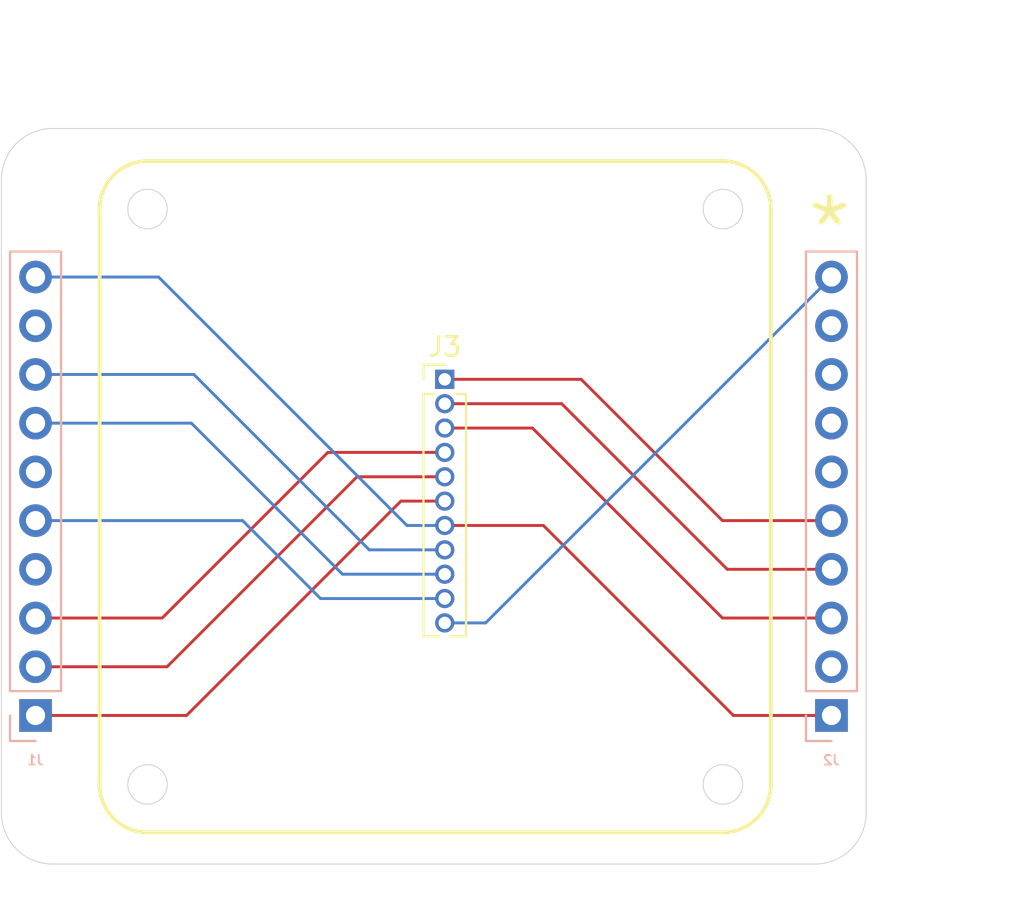
<source format=kicad_pcb>
(kicad_pcb (version 20171130) (host pcbnew "(5.1.10)-1")

  (general
    (thickness 1.6)
    (drawings 32)
    (tracks 35)
    (zones 0)
    (modules 3)
    (nets 20)
  )

  (page A4)
  (title_block
    (title "Payload Cell Holder")
    (date 2023-08-12)
    (rev A)
    (company "Aerospace eXperimental Payloads | UNL Aerospace Club")
    (comment 1 "Copyright (c) 2023")
    (comment 2 "Designer: WSA")
    (comment 3 "Reviewer: WSA")
    (comment 4 "Approved: WSA")
  )

  (layers
    (0 F.Cu signal)
    (31 B.Cu signal)
    (32 B.Adhes user)
    (33 F.Adhes user)
    (34 B.Paste user)
    (35 F.Paste user)
    (36 B.SilkS user)
    (37 F.SilkS user)
    (38 B.Mask user)
    (39 F.Mask user)
    (40 Dwgs.User user)
    (41 Cmts.User user)
    (42 Eco1.User user)
    (43 Eco2.User user)
    (44 Edge.Cuts user)
    (45 Margin user)
    (46 B.CrtYd user)
    (47 F.CrtYd user)
    (48 B.Fab user hide)
    (49 F.Fab user hide)
  )

  (setup
    (last_trace_width 0.1524)
    (user_trace_width 0.1524)
    (user_trace_width 0.254)
    (trace_clearance 0.2032)
    (zone_clearance 0.508)
    (zone_45_only no)
    (trace_min 0.1524)
    (via_size 0.508)
    (via_drill 0.254)
    (via_min_size 0.508)
    (via_min_drill 0.254)
    (uvia_size 0.3)
    (uvia_drill 0.1)
    (uvias_allowed no)
    (uvia_min_size 0.2)
    (uvia_min_drill 0.1)
    (edge_width 0.05)
    (segment_width 0.2)
    (pcb_text_width 0.3)
    (pcb_text_size 1.5 1.5)
    (mod_edge_width 0.1)
    (mod_text_size 0.5 0.5)
    (mod_text_width 0.1)
    (pad_size 1.524 1.524)
    (pad_drill 0.762)
    (pad_to_mask_clearance 0)
    (aux_axis_origin 0 0)
    (visible_elements 7FFFFFFF)
    (pcbplotparams
      (layerselection 0x011fc_ffffffff)
      (usegerberextensions false)
      (usegerberattributes true)
      (usegerberadvancedattributes true)
      (creategerberjobfile true)
      (excludeedgelayer true)
      (linewidth 0.100000)
      (plotframeref false)
      (viasonmask false)
      (mode 1)
      (useauxorigin false)
      (hpglpennumber 1)
      (hpglpenspeed 20)
      (hpglpendiameter 15.000000)
      (psnegative false)
      (psa4output false)
      (plotreference true)
      (plotvalue false)
      (plotinvisibletext false)
      (padsonsilk false)
      (subtractmaskfromsilk false)
      (outputformat 1)
      (mirror false)
      (drillshape 0)
      (scaleselection 1)
      (outputdirectory "Gerbers"))
  )

  (net 0 "")
  (net 1 "Net-(J1-Pad9)")
  (net 2 "Net-(J1-Pad4)")
  (net 3 "Net-(J2-Pad6)")
  (net 4 "Net-(J2-Pad2)")
  (net 5 GND)
  (net 6 +3V3)
  (net 7 SDA)
  (net 8 SCL)
  (net 9 ALERT)
  (net 10 CELL_3)
  (net 11 CELL_2)
  (net 12 CELL_1)
  (net 13 A0)
  (net 14 A1)
  (net 15 A2)
  (net 16 CELL_4)
  (net 17 CELL_5)
  (net 18 CELL_6)
  (net 19 COMMON_1)

  (net_class Default "This is the default net class."
    (clearance 0.2032)
    (trace_width 0.1524)
    (via_dia 0.508)
    (via_drill 0.254)
    (uvia_dia 0.3)
    (uvia_drill 0.1)
    (add_net +3V3)
    (add_net A0)
    (add_net A1)
    (add_net A2)
    (add_net ALERT)
    (add_net CELL_1)
    (add_net CELL_2)
    (add_net CELL_3)
    (add_net CELL_4)
    (add_net CELL_5)
    (add_net CELL_6)
    (add_net COMMON_1)
    (add_net GND)
    (add_net "Net-(J1-Pad4)")
    (add_net "Net-(J1-Pad9)")
    (add_net "Net-(J2-Pad2)")
    (add_net "Net-(J2-Pad6)")
    (add_net SCL)
    (add_net SDA)
  )

  (module Connector_PinHeader_1.27mm:PinHeader_1x11_P1.27mm_Vertical (layer F.Cu) (tedit 59FED6E3) (tstamp 64D7E37C)
    (at 155.702 91.694)
    (descr "Through hole straight pin header, 1x11, 1.27mm pitch, single row")
    (tags "Through hole pin header THT 1x11 1.27mm single row")
    (path /64D788EF)
    (fp_text reference J3 (at 0 -1.695) (layer F.SilkS)
      (effects (font (size 1 1) (thickness 0.15)))
    )
    (fp_text value Conn_01x11_Male (at 0 14.395) (layer F.Fab)
      (effects (font (size 1 1) (thickness 0.15)))
    )
    (fp_line (start -0.525 -0.635) (end 1.05 -0.635) (layer F.Fab) (width 0.1))
    (fp_line (start 1.05 -0.635) (end 1.05 13.335) (layer F.Fab) (width 0.1))
    (fp_line (start 1.05 13.335) (end -1.05 13.335) (layer F.Fab) (width 0.1))
    (fp_line (start -1.05 13.335) (end -1.05 -0.11) (layer F.Fab) (width 0.1))
    (fp_line (start -1.05 -0.11) (end -0.525 -0.635) (layer F.Fab) (width 0.1))
    (fp_line (start -1.11 13.395) (end -0.30753 13.395) (layer F.SilkS) (width 0.12))
    (fp_line (start 0.30753 13.395) (end 1.11 13.395) (layer F.SilkS) (width 0.12))
    (fp_line (start -1.11 0.76) (end -1.11 13.395) (layer F.SilkS) (width 0.12))
    (fp_line (start 1.11 0.76) (end 1.11 13.395) (layer F.SilkS) (width 0.12))
    (fp_line (start -1.11 0.76) (end -0.563471 0.76) (layer F.SilkS) (width 0.12))
    (fp_line (start 0.563471 0.76) (end 1.11 0.76) (layer F.SilkS) (width 0.12))
    (fp_line (start -1.11 0) (end -1.11 -0.76) (layer F.SilkS) (width 0.12))
    (fp_line (start -1.11 -0.76) (end 0 -0.76) (layer F.SilkS) (width 0.12))
    (fp_line (start -1.55 -1.15) (end -1.55 13.85) (layer F.CrtYd) (width 0.05))
    (fp_line (start -1.55 13.85) (end 1.55 13.85) (layer F.CrtYd) (width 0.05))
    (fp_line (start 1.55 13.85) (end 1.55 -1.15) (layer F.CrtYd) (width 0.05))
    (fp_line (start 1.55 -1.15) (end -1.55 -1.15) (layer F.CrtYd) (width 0.05))
    (fp_text user %R (at 0 6.35 90) (layer F.Fab)
      (effects (font (size 1 1) (thickness 0.15)))
    )
    (pad 11 thru_hole oval (at 0 12.7) (size 1 1) (drill 0.65) (layers *.Cu *.Mask)
      (net 6 +3V3))
    (pad 10 thru_hole oval (at 0 11.43) (size 1 1) (drill 0.65) (layers *.Cu *.Mask)
      (net 5 GND))
    (pad 9 thru_hole oval (at 0 10.16) (size 1 1) (drill 0.65) (layers *.Cu *.Mask)
      (net 8 SCL))
    (pad 8 thru_hole oval (at 0 8.89) (size 1 1) (drill 0.65) (layers *.Cu *.Mask)
      (net 7 SDA))
    (pad 7 thru_hole oval (at 0 7.62) (size 1 1) (drill 0.65) (layers *.Cu *.Mask)
      (net 19 COMMON_1))
    (pad 6 thru_hole oval (at 0 6.35) (size 1 1) (drill 0.65) (layers *.Cu *.Mask)
      (net 12 CELL_1))
    (pad 5 thru_hole oval (at 0 5.08) (size 1 1) (drill 0.65) (layers *.Cu *.Mask)
      (net 11 CELL_2))
    (pad 4 thru_hole oval (at 0 3.81) (size 1 1) (drill 0.65) (layers *.Cu *.Mask)
      (net 10 CELL_3))
    (pad 3 thru_hole oval (at 0 2.54) (size 1 1) (drill 0.65) (layers *.Cu *.Mask)
      (net 18 CELL_6))
    (pad 2 thru_hole oval (at 0 1.27) (size 1 1) (drill 0.65) (layers *.Cu *.Mask)
      (net 17 CELL_5))
    (pad 1 thru_hole rect (at 0 0) (size 1 1) (drill 0.65) (layers *.Cu *.Mask)
      (net 16 CELL_4))
    (model ${KISYS3DMOD}/Connector_PinHeader_1.27mm.3dshapes/PinHeader_1x11_P1.27mm_Vertical.wrl
      (at (xyz 0 0 0))
      (scale (xyz 1 1 1))
      (rotate (xyz 0 0 0))
    )
  )

  (module Connector_PinHeader_2.54mm:PinHeader_1x10_P2.54mm_Vertical (layer B.Cu) (tedit 59FED5CC) (tstamp 644CF0D5)
    (at 175.866 109.22)
    (descr "Through hole straight pin header, 1x10, 2.54mm pitch, single row")
    (tags "Through hole pin header THT 1x10 2.54mm single row")
    (path /644CEC70)
    (fp_text reference J2 (at 0 2.33 180) (layer B.SilkS)
      (effects (font (size 0.5 0.5) (thickness 0.1)) (justify mirror))
    )
    (fp_text value Conn_01x10_Male (at 0 -25.19 180) (layer B.Fab)
      (effects (font (size 1 1) (thickness 0.15)) (justify mirror))
    )
    (fp_line (start -0.635 1.27) (end 1.27 1.27) (layer B.Fab) (width 0.1))
    (fp_line (start 1.27 1.27) (end 1.27 -24.13) (layer B.Fab) (width 0.1))
    (fp_line (start 1.27 -24.13) (end -1.27 -24.13) (layer B.Fab) (width 0.1))
    (fp_line (start -1.27 -24.13) (end -1.27 0.635) (layer B.Fab) (width 0.1))
    (fp_line (start -1.27 0.635) (end -0.635 1.27) (layer B.Fab) (width 0.1))
    (fp_line (start -1.33 -24.19) (end 1.33 -24.19) (layer B.SilkS) (width 0.12))
    (fp_line (start -1.33 -1.27) (end -1.33 -24.19) (layer B.SilkS) (width 0.12))
    (fp_line (start 1.33 -1.27) (end 1.33 -24.19) (layer B.SilkS) (width 0.12))
    (fp_line (start -1.33 -1.27) (end 1.33 -1.27) (layer B.SilkS) (width 0.12))
    (fp_line (start -1.33 0) (end -1.33 1.33) (layer B.SilkS) (width 0.12))
    (fp_line (start -1.33 1.33) (end 0 1.33) (layer B.SilkS) (width 0.12))
    (fp_line (start -1.8 1.8) (end -1.8 -24.65) (layer B.CrtYd) (width 0.05))
    (fp_line (start -1.8 -24.65) (end 1.8 -24.65) (layer B.CrtYd) (width 0.05))
    (fp_line (start 1.8 -24.65) (end 1.8 1.8) (layer B.CrtYd) (width 0.05))
    (fp_line (start 1.8 1.8) (end -1.8 1.8) (layer B.CrtYd) (width 0.05))
    (fp_text user %R (at 0 -11.43 -270) (layer B.Fab)
      (effects (font (size 1 1) (thickness 0.15)) (justify mirror))
    )
    (pad 10 thru_hole oval (at 0 -22.86) (size 1.7 1.7) (drill 1) (layers *.Cu *.Mask)
      (net 6 +3V3))
    (pad 9 thru_hole oval (at 0 -20.32) (size 1.7 1.7) (drill 1) (layers *.Cu *.Mask)
      (net 13 A0))
    (pad 8 thru_hole oval (at 0 -17.78) (size 1.7 1.7) (drill 1) (layers *.Cu *.Mask)
      (net 14 A1))
    (pad 7 thru_hole oval (at 0 -15.24) (size 1.7 1.7) (drill 1) (layers *.Cu *.Mask)
      (net 15 A2))
    (pad 6 thru_hole oval (at 0 -12.7) (size 1.7 1.7) (drill 1) (layers *.Cu *.Mask)
      (net 3 "Net-(J2-Pad6)"))
    (pad 5 thru_hole oval (at 0 -10.16) (size 1.7 1.7) (drill 1) (layers *.Cu *.Mask)
      (net 16 CELL_4))
    (pad 4 thru_hole oval (at 0 -7.62) (size 1.7 1.7) (drill 1) (layers *.Cu *.Mask)
      (net 17 CELL_5))
    (pad 3 thru_hole oval (at 0 -5.08) (size 1.7 1.7) (drill 1) (layers *.Cu *.Mask)
      (net 18 CELL_6))
    (pad 2 thru_hole oval (at 0 -2.54) (size 1.7 1.7) (drill 1) (layers *.Cu *.Mask)
      (net 4 "Net-(J2-Pad2)"))
    (pad 1 thru_hole rect (at 0 0) (size 1.7 1.7) (drill 1) (layers *.Cu *.Mask)
      (net 19 COMMON_1))
    (model ${KISYS3DMOD}/Connector_PinHeader_2.54mm.3dshapes/PinHeader_1x10_P2.54mm_Vertical.wrl
      (at (xyz 0 0 0))
      (scale (xyz 1 1 1))
      (rotate (xyz 0 0 0))
    )
  )

  (module Connector_PinHeader_2.54mm:PinHeader_1x10_P2.54mm_Vertical (layer B.Cu) (tedit 59FED5CC) (tstamp 644D0790)
    (at 134.366 109.22)
    (descr "Through hole straight pin header, 1x10, 2.54mm pitch, single row")
    (tags "Through hole pin header THT 1x10 2.54mm single row")
    (path /644CE009)
    (fp_text reference J1 (at 0 2.33 180) (layer B.SilkS)
      (effects (font (size 0.5 0.5) (thickness 0.1)) (justify mirror))
    )
    (fp_text value Conn_01x10_Male (at 0 -25.19 180) (layer B.Fab)
      (effects (font (size 1 1) (thickness 0.15)) (justify mirror))
    )
    (fp_line (start -0.635 1.27) (end 1.27 1.27) (layer B.Fab) (width 0.1))
    (fp_line (start 1.27 1.27) (end 1.27 -24.13) (layer B.Fab) (width 0.1))
    (fp_line (start 1.27 -24.13) (end -1.27 -24.13) (layer B.Fab) (width 0.1))
    (fp_line (start -1.27 -24.13) (end -1.27 0.635) (layer B.Fab) (width 0.1))
    (fp_line (start -1.27 0.635) (end -0.635 1.27) (layer B.Fab) (width 0.1))
    (fp_line (start -1.33 -24.19) (end 1.33 -24.19) (layer B.SilkS) (width 0.12))
    (fp_line (start -1.33 -1.27) (end -1.33 -24.19) (layer B.SilkS) (width 0.12))
    (fp_line (start 1.33 -1.27) (end 1.33 -24.19) (layer B.SilkS) (width 0.12))
    (fp_line (start -1.33 -1.27) (end 1.33 -1.27) (layer B.SilkS) (width 0.12))
    (fp_line (start -1.33 0) (end -1.33 1.33) (layer B.SilkS) (width 0.12))
    (fp_line (start -1.33 1.33) (end 0 1.33) (layer B.SilkS) (width 0.12))
    (fp_line (start -1.8 1.8) (end -1.8 -24.65) (layer B.CrtYd) (width 0.05))
    (fp_line (start -1.8 -24.65) (end 1.8 -24.65) (layer B.CrtYd) (width 0.05))
    (fp_line (start 1.8 -24.65) (end 1.8 1.8) (layer B.CrtYd) (width 0.05))
    (fp_line (start 1.8 1.8) (end -1.8 1.8) (layer B.CrtYd) (width 0.05))
    (fp_text user %R (at 0 -11.43 -270) (layer B.Fab)
      (effects (font (size 1 1) (thickness 0.15)) (justify mirror))
    )
    (pad 10 thru_hole oval (at 0 -22.86) (size 1.7 1.7) (drill 1) (layers *.Cu *.Mask)
      (net 19 COMMON_1))
    (pad 9 thru_hole oval (at 0 -20.32) (size 1.7 1.7) (drill 1) (layers *.Cu *.Mask)
      (net 1 "Net-(J1-Pad9)"))
    (pad 8 thru_hole oval (at 0 -17.78) (size 1.7 1.7) (drill 1) (layers *.Cu *.Mask)
      (net 7 SDA))
    (pad 7 thru_hole oval (at 0 -15.24) (size 1.7 1.7) (drill 1) (layers *.Cu *.Mask)
      (net 8 SCL))
    (pad 6 thru_hole oval (at 0 -12.7) (size 1.7 1.7) (drill 1) (layers *.Cu *.Mask)
      (net 9 ALERT))
    (pad 5 thru_hole oval (at 0 -10.16) (size 1.7 1.7) (drill 1) (layers *.Cu *.Mask)
      (net 5 GND))
    (pad 4 thru_hole oval (at 0 -7.62) (size 1.7 1.7) (drill 1) (layers *.Cu *.Mask)
      (net 2 "Net-(J1-Pad4)"))
    (pad 3 thru_hole oval (at 0 -5.08) (size 1.7 1.7) (drill 1) (layers *.Cu *.Mask)
      (net 10 CELL_3))
    (pad 2 thru_hole oval (at 0 -2.54) (size 1.7 1.7) (drill 1) (layers *.Cu *.Mask)
      (net 11 CELL_2))
    (pad 1 thru_hole rect (at 0 0) (size 1.7 1.7) (drill 1) (layers *.Cu *.Mask)
      (net 12 CELL_1))
    (model ${KISYS3DMOD}/Connector_PinHeader_2.54mm.3dshapes/PinHeader_1x10_P2.54mm_Vertical.wrl
      (at (xyz 0 0 0))
      (scale (xyz 1 1 1))
      (rotate (xyz 0 0 0))
    )
  )

  (gr_text * (at 175.768 83.82) (layer F.SilkS)
    (effects (font (size 3 3) (thickness 0.3)))
  )
  (dimension 7.747001 (width 0.15) (layer Dwgs.User)
    (gr_text "7.747 mm" (at 182.247892 113.090535 270.0266251) (layer Dwgs.User)
      (effects (font (size 1 1) (thickness 0.15)))
    )
    (feature1 (pts (xy 175.8696 116.967) (xy 181.536113 116.964367)))
    (feature2 (pts (xy 175.866 109.22) (xy 181.532513 109.217367)))
    (crossbar (pts (xy 180.946092 109.217639) (xy 180.949692 116.964639)))
    (arrow1a (pts (xy 180.949692 116.964639) (xy 180.362748 115.838408)))
    (arrow1b (pts (xy 180.949692 116.964639) (xy 181.535589 115.837863)))
    (arrow2a (pts (xy 180.946092 109.217639) (xy 180.360195 110.344415)))
    (arrow2b (pts (xy 180.946092 109.217639) (xy 181.533036 110.34387)))
  )
  (dimension 45.085 (width 0.15) (layer Dwgs.User)
    (gr_text "45.085 mm" (at 155.1305 72.614) (layer Dwgs.User)
      (effects (font (size 1 1) (thickness 0.15)))
    )
    (feature1 (pts (xy 132.588 81.28) (xy 132.588 73.327579)))
    (feature2 (pts (xy 177.673 81.28) (xy 177.673 73.327579)))
    (crossbar (pts (xy 177.673 73.914) (xy 132.588 73.914)))
    (arrow1a (pts (xy 132.588 73.914) (xy 133.714504 73.327579)))
    (arrow1b (pts (xy 132.588 73.914) (xy 133.714504 74.500421)))
    (arrow2a (pts (xy 177.673 73.914) (xy 176.546496 73.327579)))
    (arrow2b (pts (xy 177.673 73.914) (xy 176.546496 74.500421)))
  )
  (dimension 38.354 (width 0.15) (layer Dwgs.User)
    (gr_text "38.354 mm" (at 180.497 97.79 270) (layer Dwgs.User)
      (effects (font (size 1 1) (thickness 0.15)))
    )
    (feature1 (pts (xy 175.006 116.967) (xy 179.783421 116.967)))
    (feature2 (pts (xy 175.006 78.613) (xy 179.783421 78.613)))
    (crossbar (pts (xy 179.197 78.613) (xy 179.197 116.967)))
    (arrow1a (pts (xy 179.197 116.967) (xy 178.610579 115.840496)))
    (arrow1b (pts (xy 179.197 116.967) (xy 179.783421 115.840496)))
    (arrow2a (pts (xy 179.197 78.613) (xy 178.610579 79.739504)))
    (arrow2b (pts (xy 179.197 78.613) (xy 179.783421 79.739504)))
  )
  (dimension 30 (width 0.15) (layer Dwgs.User)
    (gr_text "30.000 mm" (at 155.205004 75.408) (layer Dwgs.User)
      (effects (font (size 1 1) (thickness 0.15)))
    )
    (feature1 (pts (xy 170.205004 82.816) (xy 170.205004 76.121579)))
    (feature2 (pts (xy 140.205004 82.816) (xy 140.205004 76.121579)))
    (crossbar (pts (xy 140.205004 76.708) (xy 170.205004 76.708)))
    (arrow1a (pts (xy 170.205004 76.708) (xy 169.0785 77.294421)))
    (arrow1b (pts (xy 170.205004 76.708) (xy 169.0785 76.121579)))
    (arrow2a (pts (xy 140.205004 76.708) (xy 141.331508 77.294421)))
    (arrow2b (pts (xy 140.205004 76.708) (xy 141.331508 76.121579)))
  )
  (dimension 41.5 (width 0.15) (layer Dwgs.User)
    (gr_text "41.500 mm" (at 155.116 119.918) (layer Dwgs.User)
      (effects (font (size 1 1) (thickness 0.15)))
    )
    (feature1 (pts (xy 175.866 109.22) (xy 175.866 119.204421)))
    (feature2 (pts (xy 134.366 109.22) (xy 134.366 119.204421)))
    (crossbar (pts (xy 134.366 118.618) (xy 175.866 118.618)))
    (arrow1a (pts (xy 175.866 118.618) (xy 174.739496 119.204421)))
    (arrow1b (pts (xy 175.866 118.618) (xy 174.739496 118.031579)))
    (arrow2a (pts (xy 134.366 118.618) (xy 135.492504 119.204421)))
    (arrow2b (pts (xy 134.366 118.618) (xy 135.492504 118.031579)))
  )
  (gr_arc (start 175.006 114.3) (end 175.006 116.967) (angle -90) (layer Edge.Cuts) (width 0.05) (tstamp 644D1299))
  (gr_arc (start 175.006 81.28) (end 177.673 81.28) (angle -90) (layer Edge.Cuts) (width 0.05) (tstamp 644D1299))
  (gr_arc (start 135.255 81.28) (end 135.255 78.613) (angle -90) (layer Edge.Cuts) (width 0.05) (tstamp 644D1299))
  (gr_arc (start 135.255 114.3) (end 132.588 114.3) (angle -90) (layer Edge.Cuts) (width 0.05))
  (gr_line (start 135.255 116.967) (end 175.006 116.967) (layer Edge.Cuts) (width 0.05) (tstamp 644D08DF))
  (gr_line (start 132.588 110.998) (end 132.588 114.3) (layer Edge.Cuts) (width 0.05) (tstamp 644D08D8))
  (gr_line (start 177.673 110.998) (end 177.673 114.3) (layer Edge.Cuts) (width 0.05))
  (gr_line (start 177.673 81.28) (end 177.673 110.998) (layer Edge.Cuts) (width 0.05))
  (gr_line (start 135.255 78.613) (end 175.006 78.613) (layer Edge.Cuts) (width 0.05))
  (gr_line (start 132.588 110.998) (end 132.588 81.28) (layer Edge.Cuts) (width 0.05))
  (gr_arc (start 140.205004 82.816) (end 140.205004 80.316) (angle -90) (layer F.SilkS) (width 0.2))
  (gr_circle (center 170.205004 82.816) (end 170.205004 81.786) (layer Edge.Cuts) (width 0.05))
  (gr_arc (start 140.205004 112.816) (end 137.705004 112.816) (angle -90) (layer F.SilkS) (width 0.2))
  (gr_line (start 172.705004 112.816) (end 172.705004 82.816) (layer F.SilkS) (width 0.2))
  (gr_arc (start 170.205004 82.816) (end 172.705004 82.816) (angle -90) (layer F.SilkS) (width 0.2))
  (gr_line (start 140.205004 115.316) (end 170.205004 115.316) (layer F.SilkS) (width 0.2))
  (gr_line (start 170.205004 80.316) (end 140.205004 80.316) (layer F.SilkS) (width 0.2))
  (gr_line (start 161.555004 85.116) (end 148.855004 85.116) (layer Dwgs.User) (width 0.2))
  (gr_line (start 167.905004 104.166) (end 167.905004 91.466) (layer Dwgs.User) (width 0.2))
  (gr_circle (center 170.205004 112.816) (end 170.205004 111.786) (layer Edge.Cuts) (width 0.05))
  (gr_arc (start 170.205004 112.816) (end 170.205004 115.316) (angle -90) (layer F.SilkS) (width 0.2))
  (gr_line (start 148.855004 110.516) (end 161.555004 110.516) (layer Dwgs.User) (width 0.2))
  (gr_circle (center 140.205004 82.816) (end 140.205004 81.786) (layer Edge.Cuts) (width 0.05))
  (gr_circle (center 140.205004 112.816) (end 140.205004 111.786) (layer Edge.Cuts) (width 0.05))
  (gr_line (start 137.705004 82.816) (end 137.705004 112.816) (layer F.SilkS) (width 0.2))
  (gr_line (start 142.505004 91.466) (end 142.505004 104.166) (layer Dwgs.User) (width 0.2))

  (segment (start 155.702 103.124) (end 149.225 103.124) (width 0.1524) (layer B.Cu) (net 5))
  (segment (start 145.161 99.06) (end 134.366 99.06) (width 0.1524) (layer B.Cu) (net 5))
  (segment (start 149.225 103.124) (end 145.161 99.06) (width 0.1524) (layer B.Cu) (net 5))
  (segment (start 175.866 86.36) (end 157.832 104.394) (width 0.1524) (layer B.Cu) (net 6))
  (segment (start 157.832 104.394) (end 155.702 104.394) (width 0.1524) (layer B.Cu) (net 6))
  (segment (start 155.702 100.584) (end 151.765 100.584) (width 0.1524) (layer B.Cu) (net 7))
  (segment (start 142.621 91.44) (end 134.366 91.44) (width 0.1524) (layer B.Cu) (net 7))
  (segment (start 151.765 100.584) (end 142.621 91.44) (width 0.1524) (layer B.Cu) (net 7))
  (segment (start 155.702 101.854) (end 150.368 101.854) (width 0.1524) (layer B.Cu) (net 8))
  (segment (start 142.494 93.98) (end 134.366 93.98) (width 0.1524) (layer B.Cu) (net 8))
  (segment (start 150.368 101.854) (end 142.494 93.98) (width 0.1524) (layer B.Cu) (net 8))
  (segment (start 155.702 95.504) (end 149.606 95.504) (width 0.1524) (layer F.Cu) (net 10))
  (segment (start 140.97 104.14) (end 134.366 104.14) (width 0.1524) (layer F.Cu) (net 10))
  (segment (start 149.606 95.504) (end 140.97 104.14) (width 0.1524) (layer F.Cu) (net 10))
  (segment (start 155.702 96.774) (end 151.13 96.774) (width 0.1524) (layer F.Cu) (net 11))
  (segment (start 141.224 106.68) (end 134.366 106.68) (width 0.1524) (layer F.Cu) (net 11))
  (segment (start 151.13 96.774) (end 141.224 106.68) (width 0.1524) (layer F.Cu) (net 11))
  (segment (start 155.702 98.044) (end 153.416 98.044) (width 0.1524) (layer F.Cu) (net 12))
  (segment (start 142.24 109.22) (end 134.366 109.22) (width 0.1524) (layer F.Cu) (net 12))
  (segment (start 153.416 98.044) (end 142.24 109.22) (width 0.1524) (layer F.Cu) (net 12))
  (segment (start 155.702 91.694) (end 162.814 91.694) (width 0.1524) (layer F.Cu) (net 16))
  (segment (start 170.18 99.06) (end 175.866 99.06) (width 0.1524) (layer F.Cu) (net 16))
  (segment (start 162.814 91.694) (end 170.18 99.06) (width 0.1524) (layer F.Cu) (net 16))
  (segment (start 155.702 92.964) (end 161.798 92.964) (width 0.1524) (layer F.Cu) (net 17))
  (segment (start 170.434 101.6) (end 175.866 101.6) (width 0.1524) (layer F.Cu) (net 17))
  (segment (start 161.798 92.964) (end 170.434 101.6) (width 0.1524) (layer F.Cu) (net 17))
  (segment (start 155.702 94.234) (end 160.274 94.234) (width 0.1524) (layer F.Cu) (net 18))
  (segment (start 170.18 104.14) (end 175.866 104.14) (width 0.1524) (layer F.Cu) (net 18))
  (segment (start 160.274 94.234) (end 170.18 104.14) (width 0.1524) (layer F.Cu) (net 18))
  (segment (start 134.366 86.36) (end 140.7795 86.36) (width 0.1524) (layer B.Cu) (net 19))
  (segment (start 153.7335 99.314) (end 155.702 99.314) (width 0.1524) (layer B.Cu) (net 19))
  (segment (start 140.7795 86.36) (end 153.7335 99.314) (width 0.1524) (layer B.Cu) (net 19))
  (segment (start 155.702 99.314) (end 160.8455 99.314) (width 0.1524) (layer F.Cu) (net 19))
  (segment (start 170.7515 109.22) (end 175.866 109.22) (width 0.1524) (layer F.Cu) (net 19))
  (segment (start 160.8455 99.314) (end 170.7515 109.22) (width 0.1524) (layer F.Cu) (net 19))

)

</source>
